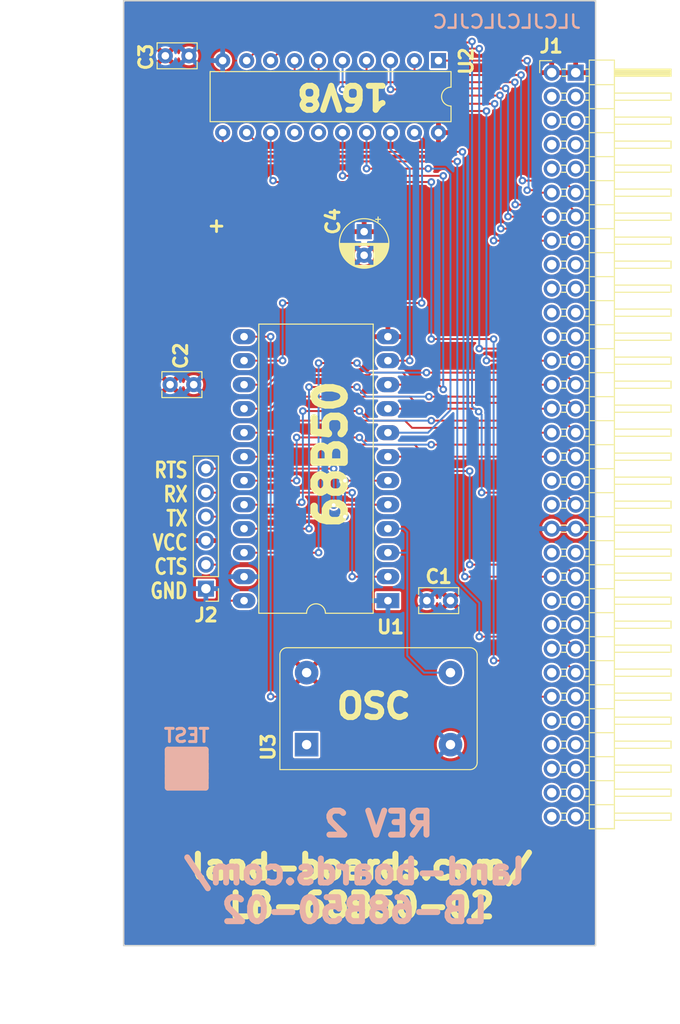
<source format=kicad_pcb>
(kicad_pcb (version 20240108) (generator "pcbnew") (generator_version "8.0")
  (title_block (title "LB-68B50-02") (date "2022-09-09") (rev "2") (company "land-boards.com"))
  (layers (0 "F.Cu" signal) (31 "B.Cu" signal) (34 "B.Paste" user) (35 "F.Paste" user) (36 "B.SilkS" user "B.Silkscreen") (37 "F.SilkS" user "F.Silkscreen") (38 "B.Mask" user) (39 "F.Mask" user) (44 "Edge.Cuts" user))
  (net 0 "")
  (net 1 "GND")
  (net 2 "/CPUA11")
  (net 3 "/CPUA12")
  (net 4 "/CPUA13")
  (net 5 "/CPUA14")
  (net 6 "/CPUA15")
  (net 7 "/CPUD4")
  (net 8 "/CPUD3")
  (net 9 "/CPUD5")
  (net 10 "/CPUD6")
  (net 11 "/CPUA0")
  (net 12 "/CPUA1")
  (net 13 "/CPUD2")
  (net 14 "/CPUA2")
  (net 15 "/CPUD7")
  (net 16 "/CPUA3")
  (net 17 "/CPUD0")
  (net 18 "/CPUA4")
  (net 19 "/CPUD1")
  (net 20 "/CPUA5")
  (net 21 "/CPUA6")
  (net 22 "/CPUA7")
  (net 23 "/CPUA8")
  (net 24 "/CPUA9")
  (net 25 "/CPUA10")
  (net 26 "/CPUA18")
  (net 27 "/CPUA16")
  (net 28 "/CPUA17")
  (net 29 "/CPUCLK")
  (net 30 "/CPUA22")
  (net 31 "/CPUA23")
  (net 32 "/CPUA20")
  (net 33 "/CPUA21")
  (net 34 "/CPUA19")
  (net 35 "VCC")
  (net 36 "/~{IORQ}")
  (net 37 "/~{CPURESB}")
  (net 38 "/VPA")
  (net 39 "/~{IRQB}")
  (net 49 "/VPB")
  (net 50 "/~{NMIB}")
  (net 51 "/~{ABORT}")
  (net 52 "/VDA")
  (net 53 "/RDY")
  (net 54 "/CPUE")
  (net 55 "/RWB")
  (net 56 "/MLB")
  (net 58 "/~{RAMCS}")
  (net 59 "/~{MEMRD}")
  (net 60 "/~{ROMCS}")
  (net 61 "/CPUMX")
  (net 62 "/ACIACS0")
  (net 63 "/ACIACS1")
  (net 64 "/ACIARS")
  (net 65 "/ACIAE")
  (net 68 "Net-(U1-Rx_CLK)")
  (net 69 "/~{IOCS}")
  (net 70 "/UART_CTS_5")
  (net 71 "/UART_TX_5")
  (net 72 "/UART_RX_5")
  (net 73 "/UART_RTS_5")
  (footprint "LandBoards_Conns:PinHeader_2x32_P2.54mm_Horizontal-FLIPPED" (layer "F.Cu") (at 177.35 54.615)
    (property "Reference" "J1" (at -0.058 -2.799 0) (layer "F.SilkS") (effects (font (size 1.397 1.397) (thickness 0.3175))))
    (property "Value" "Conn_2x32_RtAng")
    (pad "1" thru_hole rect (at 2.54 0) (size 1.7 1.7) (drill 1) (layers "*.Cu" "*.Mask") (net 35 "VCC"))
    (pad "2" thru_hole oval (at 0 0) (size 1.7 1.7) (drill 1) (layers "*.Cu" "*.Mask") (net 35 "VCC"))
    (pad "3" thru_hole oval (at 2.54 2.54) (size 1.7 1.7) (drill 1) (layers "*.Cu" "*.Mask") (net 30 "/CPUA22"))
    (pad "4" thru_hole oval (at 0 2.54) (size 1.7 1.7) (drill 1) (layers "*.Cu" "*.Mask") (net 31 "/CPUA23"))
    (pad "5" thru_hole oval (at 2.54 5.08) (size 1.7 1.7) (drill 1) (layers "*.Cu" "*.Mask") (net 32 "/CPUA20"))
    (pad "6" thru_hole oval (at 0 5.08) (size 1.7 1.7) (drill 1) (layers "*.Cu" "*.Mask") (net 33 "/CPUA21"))
    (pad "7" thru_hole oval (at 2.54 7.62) (size 1.7 1.7) (drill 1) (layers "*.Cu" "*.Mask") (net 26 "/CPUA18"))
    (pad "8" thru_hole oval (at 0 7.62) (size 1.7 1.7) (drill 1) (layers "*.Cu" "*.Mask") (net 34 "/CPUA19"))
    (pad "9" thru_hole oval (at 2.54 10.16) (size 1.7 1.7) (drill 1) (layers "*.Cu" "*.Mask") (net 27 "/CPUA16"))
    (pad "10" thru_hole oval (at 0 10.16) (size 1.7 1.7) (drill 1) (layers "*.Cu" "*.Mask") (net 28 "/CPUA17"))
    (pad "11" thru_hole oval (at 2.54 12.7) (size 1.7 1.7) (drill 1) (layers "*.Cu" "*.Mask") (net 5 "/CPUA14"))
    (pad "12" thru_hole oval (at 0 12.7) (size 1.7 1.7) (drill 1) (layers "*.Cu" "*.Mask") (net 6 "/CPUA15"))
    (pad "13" thru_hole oval (at 2.54 15.24) (size 1.7 1.7) (drill 1) (layers "*.Cu" "*.Mask") (net 3 "/CPUA12"))
    (pad "14" thru_hole oval (at 0 15.24) (size 1.7 1.7) (drill 1) (layers "*.Cu" "*.Mask") (net 4 "/CPUA13"))
    (pad "15" thru_hole oval (at 2.54 17.78) (size 1.7 1.7) (drill 1) (layers "*.Cu" "*.Mask") (net 25 "/CPUA10"))
    (pad "16" thru_hole oval (at 0 17.78) (size 1.7 1.7) (drill 1) (layers "*.Cu" "*.Mask") (net 2 "/CPUA11"))
    (pad "17" thru_hole oval (at 2.54 20.32) (size 1.7 1.7) (drill 1) (layers "*.Cu" "*.Mask") (net 23 "/CPUA8"))
    (pad "18" thru_hole oval (at 0 20.32) (size 1.7 1.7) (drill 1) (layers "*.Cu" "*.Mask") (net 24 "/CPUA9"))
    (pad "19" thru_hole oval (at 2.54 22.86) (size 1.7 1.7) (drill 1) (layers "*.Cu" "*.Mask") (net 21 "/CPUA6"))
    (pad "20" thru_hole oval (at 0 22.86) (size 1.7 1.7) (drill 1) (layers "*.Cu" "*.Mask") (net 22 "/CPUA7"))
    (pad "21" thru_hole oval (at 2.54 25.4) (size 1.7 1.7) (drill 1) (layers "*.Cu" "*.Mask") (net 18 "/CPUA4"))
    (pad "22" thru_hole oval (at 0 25.4) (size 1.7 1.7) (drill 1) (layers "*.Cu" "*.Mask") (net 20 "/CPUA5"))
    (pad "23" thru_hole oval (at 2.54 27.94) (size 1.7 1.7) (drill 1) (layers "*.Cu" "*.Mask") (net 14 "/CPUA2"))
    (pad "24" thru_hole oval (at 0 27.94) (size 1.7 1.7) (drill 1) (layers "*.Cu" "*.Mask") (net 16 "/CPUA3"))
    (pad "25" thru_hole oval (at 2.54 30.48) (size 1.7 1.7) (drill 1) (layers "*.Cu" "*.Mask") (net 11 "/CPUA0"))
    (pad "26" thru_hole oval (at 0 30.48) (size 1.7 1.7) (drill 1) (layers "*.Cu" "*.Mask") (net 12 "/CPUA1"))
    (pad "27" thru_hole oval (at 2.54 33.02) (size 1.7 1.7) (drill 1) (layers "*.Cu" "*.Mask") (net 17 "/CPUD0"))
    (pad "28" thru_hole oval (at 0 33.02) (size 1.7 1.7) (drill 1) (layers "*.Cu" "*.Mask") (net 15 "/CPUD7"))
    (pad "29" thru_hole oval (at 2.54 35.56) (size 1.7 1.7) (drill 1) (layers "*.Cu" "*.Mask") (net 19 "/CPUD1"))
    (pad "30" thru_hole oval (at 0 35.56) (size 1.7 1.7) (drill 1) (layers "*.Cu" "*.Mask") (net 10 "/CPUD6"))
    (pad "31" thru_hole oval (at 2.54 38.1) (size 1.7 1.7) (drill 1) (layers "*.Cu" "*.Mask") (net 13 "/CPUD2"))
    (pad "32" thru_hole oval (at 0 38.1) (size 1.7 1.7) (drill 1) (layers "*.Cu" "*.Mask") (net 9 "/CPUD5"))
    (pad "33" thru_hole oval (at 2.54 40.64) (size 1.7 1.7) (drill 1) (layers "*.Cu" "*.Mask") (net 8 "/CPUD3"))
    (pad "34" thru_hole oval (at 0 40.64) (size 1.7 1.7) (drill 1) (layers "*.Cu" "*.Mask") (net 7 "/CPUD4"))
    (pad "35" thru_hole oval (at 2.54 43.18) (size 1.7 1.7) (drill 1) (layers "*.Cu" "*.Mask") (net 59 "/~{MEMRD}"))
    (pad "36" thru_hole oval (at 0 43.18) (size 1.7 1.7) (drill 1) (layers "*.Cu" "*.Mask") (net 58 "/~{RAMCS}"))
    (pad "37" thru_hole oval (at 2.54 45.72) (size 1.7 1.7) (drill 1) (layers "*.Cu" "*.Mask") (net 69 "/~{IOCS}"))
    (pad "38" thru_hole oval (at 0 45.72) (size 1.7 1.7) (drill 1) (layers "*.Cu" "*.Mask") (net 60 "/~{ROMCS}"))
    (pad "39" thru_hole oval (at 2.54 48.26) (size 1.7 1.7) (drill 1) (layers "*.Cu" "*.Mask") (net 1 "GND"))
    (pad "40" thru_hole oval (at 0 48.26) (size 1.7 1.7) (drill 1) (layers "*.Cu" "*.Mask") (net 1 "GND"))
    (pad "41" thru_hole oval (at 2.54 50.8) (size 1.7 1.7) (drill 1) (layers "*.Cu" "*.Mask") (net 29 "/CPUCLK"))
    (pad "42" thru_hole oval (at 0 50.8) (size 1.7 1.7) (drill 1) (layers "*.Cu" "*.Mask") (net 38 "/VPA"))
    (pad "43" thru_hole oval (at 2.54 53.34) (size 1.7 1.7) (drill 1) (layers "*.Cu" "*.Mask") (net 39 "/~{IRQB}"))
    (pad "44" thru_hole oval (at 0 53.34) (size 1.7 1.7) (drill 1) (layers "*.Cu" "*.Mask") (net 49 "/VPB"))
    (pad "45" thru_hole oval (at 2.54 55.88) (size 1.7 1.7) (drill 1) (layers "*.Cu" "*.Mask") (net 50 "/~{NMIB}"))
    (pad "46" thru_hole oval (at 0 55.88) (size 1.7 1.7) (drill 1) (layers "*.Cu" "*.Mask") (net 37 "/~{CPURESB}"))
    (pad "47" thru_hole oval (at 2.54 58.42) (size 1.7 1.7) (drill 1) (layers "*.Cu" "*.Mask") (net 51 "/~{ABORT}"))
    (pad "48" thru_hole oval (at 0 58.42) (size 1.7 1.7) (drill 1) (layers "*.Cu" "*.Mask") (net 56 "/MLB"))
    (pad "49" thru_hole oval (at 2.54 60.96) (size 1.7 1.7) (drill 1) (layers "*.Cu" "*.Mask") (net 52 "/VDA"))
    (pad "50" thru_hole oval (at 0 60.96) (size 1.7 1.7) (drill 1) (layers "*.Cu" "*.Mask") (net 53 "/RDY"))
    (pad "51" thru_hole oval (at 2.54 63.5) (size 1.7 1.7) (drill 1) (layers "*.Cu" "*.Mask") (net 36 "/~{IORQ}"))
    (pad "52" thru_hole oval (at 0 63.5) (size 1.7 1.7) (drill 1) (layers "*.Cu" "*.Mask") (net 54 "/CPUE"))
    (pad "53" thru_hole oval (at 2.54 66.04) (size 1.7 1.7) (drill 1) (layers "*.Cu" "*.Mask") (net 61 "/CPUMX"))
    (pad "54" thru_hole oval (at 0 66.04) (size 1.7 1.7) (drill 1) (layers "*.Cu" "*.Mask") (net 55 "/RWB"))
    (pad "55" thru_hole oval (at 2.54 68.58) (size 1.7 1.7) (drill 1) (layers "*.Cu" "*.Mask"))
    (pad "56" thru_hole oval (at 0 68.58) (size 1.7 1.7) (drill 1) (layers "*.Cu" "*.Mask"))
    (pad "57" thru_hole oval (at 2.54 71.12) (size 1.7 1.7) (drill 1) (layers "*.Cu" "*.Mask"))
    (pad "58" thru_hole oval (at 0 71.12) (size 1.7 1.7) (drill 1) (layers "*.Cu" "*.Mask"))
    (pad "59" thru_hole oval (at 2.54 73.66) (size 1.7 1.7) (drill 1) (layers "*.Cu" "*.Mask"))
    (pad "60" thru_hole oval (at 0 73.66) (size 1.7 1.7) (drill 1) (layers "*.Cu" "*.Mask"))
    (pad "61" thru_hole oval (at 2.54 76.2) (size 1.7 1.7) (drill 1) (layers "*.Cu" "*.Mask"))
    (pad "62" thru_hole oval (at 0 76.2) (size 1.7 1.7) (drill 1) (layers "*.Cu" "*.Mask"))
    (pad "63" thru_hole oval (at 2.54 78.74) (size 1.7 1.7) (drill 1) (layers "*.Cu" "*.Mask"))
    (pad "64" thru_hole oval (at 0 78.74) (size 1.7 1.7) (drill 1) (layers "*.Cu" "*.Mask"))
  )
  (footprint "Package_DIP:DIP-24_W15.24mm_LongPads" (layer "F.Cu") (at 160 110.495 180)
    (property "Reference" "U1" (at -0.274 -2.789 0) (layer "F.SilkS") (effects (font (size 1.397 1.397) (thickness 0.3175))))
    (property "Value" "MC68B50")
    (pad "1" thru_hole rect (at 0 0 180) (size 2.4 1.6) (drill 0.8) (layers "*.Cu" "*.Mask") (net 1 "GND"))
    (pad "2" thru_hole oval (at 0 2.54 180) (size 2.4 1.6) (drill 0.8) (layers "*.Cu" "*.Mask") (net 72 "/UART_RX_5"))
    (pad "3" thru_hole oval (at 0 5.08 180) (size 2.4 1.6) (drill 0.8) (layers "*.Cu" "*.Mask") (net 68 "Net-(U1-Rx_CLK)"))
    (pad "4" thru_hole oval (at 0 7.62 180) (size 2.4 1.6) (drill 0.8) (layers "*.Cu" "*.Mask") (net 68 "Net-(U1-Rx_CLK)"))
    (pad "5" thru_hole oval (at 0 10.16 180) (size 2.4 1.6) (drill 0.8) (layers "*.Cu" "*.Mask") (net 73 "/UART_RTS_5"))
    (pad "6" thru_hole oval (at 0 12.7 180) (size 2.4 1.6) (drill 0.8) (layers "*.Cu" "*.Mask") (net 71 "/UART_TX_5"))
    (pad "7" thru_hole oval (at 0 15.24 180) (size 2.4 1.6) (drill 0.8) (layers "*.Cu" "*.Mask") (net 39 "/~{IRQB}"))
    (pad "8" thru_hole oval (at 0 17.78 180) (size 2.4 1.6) (drill 0.8) (layers "*.Cu" "*.Mask") (net 62 "/ACIACS0"))
    (pad "9" thru_hole oval (at 0 20.32 180) (size 2.4 1.6) (drill 0.8) (layers "*.Cu" "*.Mask") (net 69 "/~{IOCS}"))
    (pad "10" thru_hole oval (at 0 22.86 180) (size 2.4 1.6) (drill 0.8) (layers "*.Cu" "*.Mask") (net 63 "/ACIACS1"))
    (pad "11" thru_hole oval (at 0 25.4 180) (size 2.4 1.6) (drill 0.8) (layers "*.Cu" "*.Mask") (net 64 "/ACIARS"))
    (pad "12" thru_hole oval (at 0 27.94 180) (size 2.4 1.6) (drill 0.8) (layers "*.Cu" "*.Mask") (net 35 "VCC"))
    (pad "13" thru_hole oval (at 15.24 27.94 180) (size 2.4 1.6) (drill 0.8) (layers "*.Cu" "*.Mask") (net 55 "/RWB"))
    (pad "14" thru_hole oval (at 15.24 25.4 180) (size 2.4 1.6) (drill 0.8) (layers "*.Cu" "*.Mask") (net 65 "/ACIAE"))
    (pad "15" thru_hole oval (at 15.24 22.86 180) (size 2.4 1.6) (drill 0.8) (layers "*.Cu" "*.Mask") (net 15 "/CPUD7"))
    (pad "16" thru_hole oval (at 15.24 20.32 180) (size 2.4 1.6) (drill 0.8) (layers "*.Cu" "*.Mask") (net 10 "/CPUD6"))
    (pad "17" thru_hole oval (at 15.24 17.78 180) (size 2.4 1.6) (drill 0.8) (layers "*.Cu" "*.Mask") (net 9 "/CPUD5"))
    (pad "18" thru_hole oval (at 15.24 15.24 180) (size 2.4 1.6) (drill 0.8) (layers "*.Cu" "*.Mask") (net 7 "/CPUD4"))
    (pad "19" thru_hole oval (at 15.24 12.7 180) (size 2.4 1.6) (drill 0.8) (layers "*.Cu" "*.Mask") (net 8 "/CPUD3"))
    (pad "20" thru_hole oval (at 15.24 10.16 180) (size 2.4 1.6) (drill 0.8) (layers "*.Cu" "*.Mask") (net 13 "/CPUD2"))
    (pad "21" thru_hole oval (at 15.24 7.62 180) (size 2.4 1.6) (drill 0.8) (layers "*.Cu" "*.Mask") (net 19 "/CPUD1"))
    (pad "22" thru_hole oval (at 15.24 5.08 180) (size 2.4 1.6) (drill 0.8) (layers "*.Cu" "*.Mask") (net 17 "/CPUD0"))
    (pad "23" thru_hole oval (at 15.24 2.54 180) (size 2.4 1.6) (drill 0.8) (layers "*.Cu" "*.Mask") (net 1 "GND"))
    (pad "24" thru_hole oval (at 15.24 0 180) (size 2.4 1.6) (drill 0.8) (layers "*.Cu" "*.Mask") (net 70 "/UART_CTS_5"))
  )
  (footprint "Package_DIP:DIP-20_W7.62mm" (layer "F.Cu") (at 165.354 53.34 -90)
    (property "Reference" "U2" (at 0.0508 -2.9464 90) (layer "F.SilkS") (effects (font (size 1.397 1.397) (thickness 0.3175) (bold yes))))
    (property "Value" "ATF16V8B-15PU")
    (pad "1" thru_hole rect (at 0 0 270) (size 1.6 1.6) (drill 0.8) (layers "*.Cu" "*.Mask") (net 6 "/CPUA15"))
    (pad "2" thru_hole oval (at 0 2.54 270) (size 1.6 1.6) (drill 0.8) (layers "*.Cu" "*.Mask") (net 5 "/CPUA14"))
    (pad "3" thru_hole oval (at 0 5.08 270) (size 1.6 1.6) (drill 0.8) (layers "*.Cu" "*.Mask") (net 4 "/CPUA13"))
    (pad "4" thru_hole oval (at 0 7.62 270) (size 1.6 1.6) (drill 0.8) (layers "*.Cu" "*.Mask") (net 3 "/CPUA12"))
    (pad "5" thru_hole oval (at 0 10.16 270) (size 1.6 1.6) (drill 0.8) (layers "*.Cu" "*.Mask") (net 2 "/CPUA11"))
    (pad "6" thru_hole oval (at 0 12.7 270) (size 1.6 1.6) (drill 0.8) (layers "*.Cu" "*.Mask") (net 25 "/CPUA10"))
    (pad "7" thru_hole oval (at 0 15.24 270) (size 1.6 1.6) (drill 0.8) (layers "*.Cu" "*.Mask") (net 12 "/CPUA1"))
    (pad "8" thru_hole oval (at 0 17.78 270) (size 1.6 1.6) (drill 0.8) (layers "*.Cu" "*.Mask") (net 11 "/CPUA0"))
    (pad "9" thru_hole oval (at 0 20.32 270) (size 1.6 1.6) (drill 0.8) (layers "*.Cu" "*.Mask") (net 69 "/~{IOCS}"))
    (pad "10" thru_hole oval (at 0 22.86 270) (size 1.6 1.6) (drill 0.8) (layers "*.Cu" "*.Mask") (net 1 "GND"))
    (pad "11" thru_hole oval (at 7.62 22.86 270) (size 1.6 1.6) (drill 0.8) (layers "*.Cu" "*.Mask") (net 52 "/VDA"))
    (pad "12" thru_hole oval (at 7.62 20.32 270) (size 1.6 1.6) (drill 0.8) (layers "*.Cu" "*.Mask") (net 49 "/VPB"))
    (pad "13" thru_hole oval (at 7.62 17.78 270) (size 1.6 1.6) (drill 0.8) (layers "*.Cu" "*.Mask") (net 36 "/~{IORQ}"))
    (pad "14" thru_hole oval (at 7.62 15.24 270) (size 1.6 1.6) (drill 0.8) (layers "*.Cu" "*.Mask"))
    (pad "15" thru_hole oval (at 7.62 12.7 270) (size 1.6 1.6) (drill 0.8) (layers "*.Cu" "*.Mask"))
    (pad "16" thru_hole oval (at 7.62 10.16 270) (size 1.6 1.6) (drill 0.8) (layers "*.Cu" "*.Mask") (net 63 "/ACIACS1"))
    (pad "17" thru_hole oval (at 7.62 7.62 270) (size 1.6 1.6) (drill 0.8) (layers "*.Cu" "*.Mask") (net 62 "/ACIACS0"))
    (pad "18" thru_hole oval (at 7.62 5.08 270) (size 1.6 1.6) (drill 0.8) (layers "*.Cu" "*.Mask") (net 64 "/ACIARS"))
    (pad "19" thru_hole oval (at 7.62 2.54 270) (size 1.6 1.6) (drill 0.8) (layers "*.Cu" "*.Mask") (net 65 "/ACIAE"))
    (pad "20" thru_hole oval (at 7.62 0 270) (size 1.6 1.6) (drill 0.8) (layers "*.Cu" "*.Mask") (net 35 "VCC"))
  )
  (footprint "Capacitor_THT:C_Rect_L4.0mm_W2.5mm_P2.50mm" (layer "F.Cu") (at 164.124 110.49)
    (property "Reference" "C1" (at 1.25 -2.54 0) (layer "F.SilkS") (effects (font (size 1.397 1.397) (thickness 0.3175))))
    (property "Value" "0.1uF")
    (pad "1" thru_hole circle (at 0 0) (size 1.6 1.6) (drill 0.8) (layers "*.Cu" "*.Mask") (net 1 "GND"))
    (pad "2" thru_hole circle (at 2.5 0) (size 1.6 1.6) (drill 0.8) (layers "*.Cu" "*.Mask") (net 35 "VCC"))
  )
  (footprint "Capacitor_THT:C_Rect_L4.0mm_W2.5mm_P2.50mm" (layer "F.Cu") (at 139.426 87.63 180)
    (property "Reference" "C2" (at 1.377 3.048 90) (layer "F.SilkS") (effects (font (size 1.397 1.397) (thickness 0.3175))))
    (property "Value" "0.1uF")
    (pad "1" thru_hole circle (at 0 0 180) (size 1.6 1.6) (drill 0.8) (layers "*.Cu" "*.Mask") (net 1 "GND"))
    (pad "2" thru_hole circle (at 2.5 0 180) (size 1.6 1.6) (drill 0.8) (layers "*.Cu" "*.Mask") (net 35 "VCC"))
  )
  (footprint "Connector_PinHeader_2.54mm:PinHeader_1x06_P2.54mm_Vertical" (layer "F.Cu") (at 140.716 109.22 180)
    (property "Reference" "J2" (at -0.0254 -2.794 0) (layer "F.SilkS") (effects (font (size 1.397 1.397) (thickness 0.3175) (bold yes))))
    (property "Value" "1x6_Pin_Header_Rt_Angle")
    (pad "1" thru_hole rect (at 0 0 180) (size 1.7 1.7) (drill 1) (layers "*.Cu" "*.Mask") (net 1 "GND"))
    (pad "2" thru_hole oval (at 0 2.54 180) (size 1.7 1.7) (drill 1) (layers "*.Cu" "*.Mask") (net 70 "/UART_CTS_5"))
    (pad "3" thru_hole oval (at 0 5.08 180) (size 1.7 1.7) (drill 1) (layers "*.Cu" "*.Mask") (net 35 "VCC"))
    (pad "4" thru_hole oval (at 0 7.62 180) (size 1.7 1.7) (drill 1) (layers "*.Cu" "*.Mask") (net 71 "/UART_TX_5"))
    (pad "5" thru_hole oval (at 0 10.16 180) (size 1.7 1.7) (drill 1) (layers "*.Cu" "*.Mask") (net 72 "/UART_RX_5"))
    (pad "6" thru_hole oval (at 0 12.7 180) (size 1.7 1.7) (drill 1) (layers "*.Cu" "*.Mask") (net 73 "/UART_RTS_5"))
  )
  (footprint "LandBoards_Marking:TEST_BLK-REAR" (layer "F.Cu") (at 138.684 128.27)
    (property "Reference" "TEST" (at 0 -3.5 0) (layer "B.SilkS") (effects (font (size 1.397 1.397) (thickness 0.3175)) (justify mirror)))
    (property "Value" "COUPON" (hide yes))
  )
  (footprint "Capacitor_THT:CP_Radial_D5.0mm_P2.50mm" (layer "F.Cu") (at 157.48 71.438888 -90)
    (property "Reference" "C4" (at -1.080888 3.302 90) (layer "F.SilkS") (effects (font (size 1.397 1.397) (thickness 0.3175))))
    (property "Value" "47uF")
    (pad "1" thru_hole rect (at 0 0 270) (size 1.6 1.6) (drill 0.8) (layers "*.Cu" "*.Mask") (net 35 "VCC"))
    (pad "2" thru_hole circle (at 2.5 0 270) (size 1.6 1.6) (drill 0.8) (layers "*.Cu" "*.Mask") (net 1 "GND"))
  )
  (footprint "Oscillator:Oscillator_DIP-14_LargePads" (layer "F.Cu") (at 151.384 125.73)
    (property "Reference" "U3" (at -4.064 0.254 90) (layer "F.SilkS") (effects (font (size 1.397 1.397) (thickness 0.3175))))
    (property "Value" "MXO45-3C-1M8432")
    (pad "1" thru_hole rect (at 0 0) (size 2.5 2.5) (drill 1) (layers "*.Cu" "*.Mask"))
    (pad "7" thru_hole circle (at 15.24 0) (size 2.5 2.5) (drill 1) (layers "*.Cu" "*.Mask") (net 1 "GND"))
    (pad "8" thru_hole circle (at 15.24 -7.62) (size 2.5 2.5) (drill 1) (layers "*.Cu" "*.Mask") (net 68 "Net-(U1-Rx_CLK)"))
    (pad "14" thru_hole circle (at 0 -7.62) (size 2.5 2.5) (drill 1) (layers "*.Cu" "*.Mask") (net 35 "VCC"))
  )
  (footprint "Capacitor_THT:C_Rect_L4.0mm_W2.5mm_P2.50mm" (layer "F.Cu") (at 138.918 52.832 180)
    (property "Reference" "C3" (at 4.552 -0.127 90) (layer "F.SilkS") (effects (font (size 1.397 1.397) (thickness 0.3175))))
    (property "Value" "0.1uF")
    (pad "1" thru_hole circle (at 0 0 180) (size 1.6 1.6) (drill 0.8) (layers "*.Cu" "*.Mask") (net 1 "GND"))
    (pad "2" thru_hole circle (at 2.5 0 180) (size 1.6 1.6) (drill 0.8) (layers "*.Cu" "*.Mask") (net 35 "VCC"))
  )
  (gr_rect (start 132 47) (end 182 147) (stroke (width 0.15)) (fill none) (layer "Edge.Cuts"))
  (gr_text "land-boards.com/\nLB-68B50-02" (at 156.464 141.224 0) (layer "B.SilkS") (effects (font (size 2.54 2.54) (thickness 0.635)) (justify mirror)))
  (gr_text "REV 2" (at 159.004 134.112 0) (layer "B.SilkS") (effects (font (size 2.54 2.54) (thickness 0.635)) (justify mirror)))
  (gr_text "JLCJLCJLCJLC" (at 180.594 50.038 0) (layer "B.SilkS") (effects (font (size 1.397 1.524) (thickness 0.254) (bold yes)) (justify left bottom mirror)))
  (gr_text "+" (at 140.716 71.628 0) (layer "F.SilkS") (effects (font (size 1.5 1.5) (thickness 0.3) (bold yes)) (justify left bottom)))
  (gr_text "OSC" (at 158.496 121.666 0) (layer "F.SilkS") (effects (font (size 2.54 2.54) (thickness 0.635))))
  (gr_text "68B50" (at 153.924 94.996 90) (layer "F.SilkS") (effects (font (size 3.175 3.175) (thickness 0.79375) (bold yes))))
  (gr_text "land-boards.com/\nLB-68B50-02" (at 157.226 140.716 0) (layer "F.SilkS") (effects (font (size 2.54 2.54) (thickness 0.635))))
  (gr_text "RTS\nRX\nTX\nVCC\nCTS\nGND" (at 138.938 95.758 0) (layer "F.SilkS") (effects (font (size 1.5875 1.27) (thickness 0.3) (bold yes)) (justify right top)))
  (gr_text "16V8" (at 155.194 57.15 180) (layer "F.SilkS") (effects (font (size 2.54 2.54) (thickness 0.635))))
  (segment (start 171.201 72.395) (end 171.196 72.39) (width 0.2032) (layer "F.Cu") (net 2))
  (segment (start 157.233761 56.388) (end 158.75 57.904239) (width 0.2032) (layer "F.Cu") (net 2))
  (segment (start 155.194 56.388) (end 157.233761 56.388) (width 0.2032) (layer "F.Cu") (net 2))
  (segment (start 171.3045 57.904239) (end 158.75 57.904239) (width 0.2032) (layer "F.Cu") (net 2))
  (segment (start 177.35 72.395) (end 171.201 72.395) (width 0.2032) (layer "F.Cu") (net 2))
  (via (at 155.194 56.388) (size 0.8) (drill 0.4) (layers "F.Cu" "B.Cu") (net 2))
  (via (at 171.196 72.39) (size 0.8) (drill 0.4) (layers "F.Cu" "B.Cu") (net 2))
  (via (at 171.3045 57.904239) (size 0.8) (drill 0.4) (layers "F.Cu" "B.Cu") (net 2))
  (segment (start 155.194 56.388) (end 155.194 53.34) (width 0.2032) (layer "B.Cu") (net 2))
  (segment (start 171.196 72.39) (end 171.3045 72.2815) (width 0.2032) (layer "B.Cu") (net 2))
  (segment (start 171.3045 72.2815) (end 171.3045 57.904239) (width 0.2032) (layer "B.Cu") (net 2))
  (segment (start 179.89 69.4) (end 179.07 68.58) (width 0.2032) (layer "F.Cu") (net 3))
  (segment (start 157.734 54.864) (end 157.734 53.34) (width 0.2032) (layer "F.Cu") (net 3))
  (segment (start 158.496 55.626) (end 157.734 54.864) (width 0.2032) (layer "F.Cu") (net 3))
  (segment (start 179.07 68.58) (end 173.482 68.58) (width 0.2032) (layer "F.Cu") (net 3))
  (segment (start 173.445 55.626) (end 158.496 55.626) (width 0.2032) (layer "F.Cu") (net 3))
  (via (at 173.445 55.626) (size 0.8) (drill 0.4) (layers "F.Cu" "B.Cu") (net 3))
  (via (at 173.482 68.58) (size 0.8) (drill 0.4) (layers "F.Cu" "B.Cu") (net 3))
  (segment (start 173.482 55.663) (end 173.445 55.626) (width 0.2032) (layer "B.Cu") (net 3))
  (segment (start 173.482 68.58) (end 173.482 55.663) (width 0.2032) (layer "B.Cu") (net 3))
  (segment (start 177.35 69.855) (end 172.725 69.855) (width 0.2032) (layer "F.Cu") (net 4))
  (segment (start 160.274 56.388) (end 162.1975 56.388) (width 0.2032) (layer "F.Cu") (net 4))
  (segment (start 162.306 56.2795) (end 172.466 56.2795) (width 0.2032) (layer "F.Cu") (net 4))
  (segment (start 162.1975 56.388) (end 162.306 56.2795) (width 0.2032) (layer "F.Cu") (net 4))
  (segment (start 172.725 69.855) (end 172.72 69.85) (width 0.2032) (layer "F.Cu") (net 4))
  (via (at 172.466 56.2795) (size 0.8) (drill 0.4) (layers "F.Cu" "B.Cu") (net 4))
  (via (at 160.274 56.388) (size 0.8) (drill 0.4) (layers "F.Cu" "B.Cu") (net 4))
  (via (at 172.72 69.85) (size 0.8) (drill 0.4) (layers "F.Cu" "B.Cu") (net 4))
  (segment (start 172.72 56.5335) (end 172.466 56.2795) (width 0.2032) (layer "B.Cu") (net 4))
  (segment (start 160.274 56.388) (end 160.274 53.34) (width 0.2032) (layer "B.Cu") (net 4))
  (segment (start 172.72 69.85) (end 172.72 56.5335) (width 0.2032) (layer "B.Cu") (net 4))
  (segment (start 174.244 66.04) (end 178.615 66.04) (width 0.2032) (layer "F.Cu") (net 5))
  (segment (start 162.814 54.356) (end 163.322 54.864) (width 0.2032) (layer "F.Cu") (net 5))
  (segment (start 163.322 54.864) (end 174.0985 54.864) (width 0.2032) (layer "F.Cu") (net 5))
  (segment (start 162.814 53.34) (end 162.814 54.356) (width 0.2032) (layer "F.Cu") (net 5))
  (segment (start 178.615 66.04) (end 179.89 67.315) (width 0.2032) (layer "F.Cu") (net 5))
  (via (at 174.244 66.04) (size 0.8) (drill 0.4) (layers "F.Cu" "B.Cu") (net 5))
  (via (at 174.0985 54.864) (size 0.8) (drill 0.4) (layers "F.Cu" "B.Cu") (net 5))
  (segment (start 174.0985 54.864) (end 174.0985 65.8945) (width 0.2032) (layer "B.Cu") (net 5))
  (segment (start 174.0985 65.8945) (end 174.244 66.04) (width 0.2032) (layer "B.Cu") (net 5))
  (segment (start 165.354 53.34) (end 174.752 53.34) (width 0.2032) (layer "F.Cu") (net 6))
  (segment (start 177.35 67.315) (end 176.027 67.315) (width 0.2032) (layer "F.Cu") (net 6))
  (segment (start 175.768 67.056) (end 174.752 67.056) (width 0.2032) (layer "F.Cu") (net 6))
  (segment (start 176.027 67.315) (end 175.768 67.056) (width 0.2032) (layer "F.Cu") (net 6))
  (via (at 174.752 67.056) (size 0.8) (drill 0.4) (layers "F.Cu" "B.Cu") (net 6))
  (via (at 174.752 53.34) (size 0.8) (drill 0.4) (layers "F.Cu" "B.Cu") (net 6))
  (segment (start 174.898 53.486) (end 174.752 53.34) (width 0.2032) (layer "B.Cu") (net 6))
  (segment (start 174.752 67.056) (end 174.898 66.91) (width 0.2032) (layer "B.Cu") (net 6))
  (segment (start 174.898 66.91) (end 174.898 53.486) (width 0.2032) (layer "B.Cu") (net 6))
  (segment (start 162.814 93.98) (end 149.86 93.98) (width 0.2032) (layer "F.Cu") (net 7))
  (segment (start 149.86 93.98) (end 148.585 95.255) (width 0.2032) (layer "F.Cu") (net 7))
  (segment (start 148.585 95.255) (end 144.76 95.255) (width 0.2032) (layer "F.Cu") (net 7))
  (segment (start 164.089 95.255) (end 162.814 93.98) (width 0.2032) (layer "F.Cu") (net 7))
  (segment (start 177.35 95.255) (end 164.089 95.255) (width 0.2032) (layer "F.Cu") (net 7))
  (segment (start 179.89 95.255) (end 178.615 93.98) (width 0.2032) (layer "F.Cu") (net 8))
  (segment (start 156.972 93.218) (end 150.331 93.218) (width 0.2032) (layer "F.Cu") (net 8))
  (segment (start 150.331 97.79) (end 150.326 97.795) (width 0.2032) (layer "F.Cu") (net 8))
  (segment (start 150.326 97.795) (end 144.76 97.795) (width 0.2032) (layer "F.Cu") (net 8))
  (segment (start 178.615 93.98) (end 164.592 93.98) (width 0.2032) (layer "F.Cu") (net 8))
  (via (at 150.331 93.218) (size 0.8) (drill 0.4) (layers "F.Cu" "B.Cu") (net 8))
  (via (at 156.972 93.218) (size 0.8) (drill 0.4) (layers "F.Cu" "B.Cu") (net 8))
  (via (at 150.331 97.79) (size 0.8) (drill 0.4) (layers "F.Cu" "B.Cu") (net 8))
  (via (at 164.592 93.98) (size 0.8) (drill 0.4) (layers "F.Cu" "B.Cu") (net 8))
  (segment (start 150.331 93.218) (end 150.331 97.79) (width 0.2032) (layer "B.Cu") (net 8))
  (segment (start 157.734 93.98) (end 156.972 93.218) (width 0.2032) (layer "B.Cu") (net 8))
  (segment (start 164.592 93.98) (end 157.734 93.98) (width 0.2032) (layer "B.Cu") (net 8))
  (segment (start 172.461 92.202) (end 172.974 92.715) (width 0.2032) (layer "F.Cu") (net 9))
  (segment (start 149.352 91.44) (end 161.798 91.44) (width 0.2032) (layer "F.Cu") (net 9))
  (segment (start 161.798 91.44) (end 162.56 92.202) (width 0.2032) (layer "F.Cu") (net 9))
  (segment (start 144.76 92.715) (end 148.077 92.715) (width 0.2032) (layer "F.Cu") (net 9))
  (segment (start 162.56 92.202) (end 172.461 92.202) (width 0.2032) (layer "F.Cu") (net 9))
  (segment (start 172.974 92.715) (end 177.35 92.715) (width 0.2032) (layer "F.Cu") (net 9))
  (segment (start 148.077 92.715) (end 149.352 91.44) (width 0.2032) (layer "F.Cu") (net 9))
  (segment (start 162.306 88.9) (end 162.96 89.554) (width 0.2032) (layer "F.Cu") (net 10))
  (segment (start 173.369 89.554) (end 173.99 90.175) (width 0.2032) (layer "F.Cu") (net 10))
  (segment (start 147.569 90.175) (end 148.844 88.9) (width 0.2032) (layer "F.Cu") (net 10))
  (segment (start 162.96 89.554) (end 173.369 89.554) (width 0.2032) (layer "F.Cu") (net 10))
  (segment (start 173.99 90.175) (end 177.35 90.175) (width 0.2032) (layer "F.Cu") (net 10))
  (segment (start 144.76 90.175) (end 147.569 90.175) (width 0.2032) (layer "F.Cu") (net 10))
  (segment (start 148.844 88.9) (end 162.306 88.9) (width 0.2032) (layer "F.Cu") (net 10))
  (segment (start 169.672 83.82) (end 178.615 83.82) (width 0.2032) (layer "F.Cu") (net 11))
  (segment (start 169.672 52.07) (end 148.844 52.07) (width 0.2032) (layer "F.Cu") (net 11))
  (segment (start 178.615 83.82) (end 179.89 85.095) (width 0.2032) (layer "F.Cu") (net 11))
  (segment (start 148.844 52.07) (end 147.574 53.34) (width 0.2032) (layer "F.Cu") (net 11))
  (via (at 169.672 52.07) (size 0.8) (drill 0.4) (layers "F.Cu" "B.Cu") (net 11))
  (via (at 169.672 83.82) (size 0.8) (drill 0.4) (layers "F.Cu" "B.Cu") (net 11))
  (segment (start 169.672 52.07) (end 169.672 83.82) (width 0.2032) (layer "B.Cu") (net 11))
  (segment (start 170.439 85.095) (end 170.434 85.09) (width 0.2032) (layer "F.Cu") (net 12))
  (segment (start 170.434 58.674) (end 158.496 58.674) (width 0.2032) (layer "F.Cu") (net 12))
  (segment (start 151.384 57.15) (end 156.972 57.15) (width 0.2032) (layer "F.Cu") (net 12))
  (segment (start 150.114 55.88) (end 151.384 57.15) (width 0.2032) (layer "F.Cu") (net 12))
  (segment (start 156.972 57.15) (end 158.496 58.674) (width 0.2032) (layer "F.Cu") (net 12))
  (segment (start 150.114 53.34) (end 150.114 55.88) (width 0.2032) (layer "F.Cu") (net 12))
  (segment (start 177.35 85.095) (end 170.439 85.095) (width 0.2032) (layer "F.Cu") (net 12))
  (via (at 170.434 58.674) (size 0.8) (drill 0.4) (layers "F.Cu" "B.Cu") (net 12))
  (via (at 170.434 85.09) (size 0.8) (drill 0.4) (layers "F.Cu" "B.Cu") (net 12))
  (segment (start 170.434 85.09) (end 170.434 58.674) (width 0.2032) (layer "B.Cu") (net 12))
  (segment (start 179.89 92.715) (end 178.615 91.44) (width 0.2032) (layer "F.Cu") (net 13))
  (segment (start 178.615 91.44) (end 164.592 91.44) (width 0.2032) (layer "F.Cu") (net 13))
  (segment (start 150.617 100.335) (end 144.76 100.335) (width 0.2032) (layer "F.Cu") (net 13))
  (segment (start 156.972 90.424) (end 150.9845 90.424) (width 0.2032) (layer "F.Cu") (net 13))
  (segment (start 150.876 100.076) (end 150.617 100.335) (width 0.2032) (layer "F.Cu") (net 13))
  (via (at 150.9845 90.424) (size 0.8) (drill 0.4) (layers "F.Cu" "B.Cu") (net 13))
  (via (at 156.972 90.424) (size 0.8) (drill 0.4) (layers "F.Cu" "B.Cu") (net 13))
  (via (at 150.876 100.076) (size 0.8) (drill 0.4) (layers "F.Cu" "B.Cu") (net 13))
  (via (at 164.592 91.44) (size 0.8) (drill 0.4) (layers "F.Cu" "B.Cu") (net 13))
  (segment (start 150.9845 99.9675) (end 150.876 100.076) (width 0.2032) (layer "B.Cu") (net 13))
  (segment (start 157.988 91.44) (end 156.972 90.424) (width 0.2032) (layer "B.Cu") (net 13))
  (segment (start 150.9845 90.424) (end 150.9845 99.9675) (width 0.2032) (layer "B.Cu") (net 13))
  (segment (start 164.592 91.44) (end 157.988 91.44) (width 0.2032) (layer "B.Cu") (net 13))
  (segment (start 175.255 87.122) (end 162.306 87.122) (width 0.2032) (layer "F.Cu") (net 15))
  (segment (start 175.768 87.635) (end 175.255 87.122) (width 0.2032) (layer "F.Cu") (net 15))
  (segment (start 161.544 86.36) (end 158.242 86.36) (width 0.2032) (layer "F.Cu") (net 15))
  (segment (start 177.35 87.635) (end 175.768 87.635) (width 0.2032) (layer "F.Cu") (net 15))
  (segment (start 148.336 86.614) (end 147.315 87.635) (width 0.2032) (layer "F.Cu") (net 15))
  (segment (start 157.988 86.614) (end 148.336 86.614) (width 0.2032) (layer "F.Cu") (net 15))
  (segment (start 162.306 87.122) (end 161.544 86.36) (width 0.2032) (layer "F.Cu") (net 15))
  (segment (start 158.242 86.36) (end 157.988 86.614) (width 0.2032) (layer "F.Cu") (net 15))
  (segment (start 147.315 87.635) (end 144.76 87.635) (width 0.2032) (layer "F.Cu") (net 15))
  (segment (start 178.615 86.36) (end 164.084 86.36) (width 0.2032) (layer "F.Cu") (net 17))
  (segment (start 144.76 105.415) (end 152.649 105.415) (width 0.2032) (layer "F.Cu") (net 17))
  (segment (start 179.89 87.635) (end 178.615 86.36) (width 0.2032) (layer "F.Cu") (net 17))
  (segment (start 156.718 85.344) (end 152.654 85.344) (width 0.2032) (layer "F.Cu") (net 17))
  (segment (start 152.649 105.415) (end 152.654 105.41) (width 0.2032) (layer "F.Cu") (net 17))
  (via (at 156.718 85.344) (size 0.8) (drill 0.4) (layers "F.Cu" "B.Cu") (net 17))
  (via (at 152.654 105.41) (size 0.8) (drill 0.4) (layers "F.Cu" "B.Cu") (net 17))
  (via (at 164.084 86.36) (size 0.8) (drill 0.4) (layers "F.Cu" "B.Cu") (net 17))
  (via (at 152.654 85.344) (size 0.8) (drill 0.4) (layers "F.Cu" "B.Cu") (net 17))
  (segment (start 157.734 86.36) (end 156.718 85.344) (width 0.2032) (layer "B.Cu") (net 17))
  (segment (start 152.654 85.344) (end 152.654 105.41) (width 0.2032) (layer "B.Cu") (net 17))
  (segment (start 164.084 86.36) (end 157.734 86.36) (width 0.2032) (layer "B.Cu") (net 17))
  (segment (start 179.89 90.175) (end 178.615 88.9) (width 0.2032) (layer "F.Cu") (net 19))
  (segment (start 178.615 88.9) (end 164.338 88.9) (width 0.2032) (layer "F.Cu") (net 19))
  (segment (start 151.633 102.875) (end 151.638 102.87) (width 0.2032) (layer "F.Cu") (net 19))
  (segment (start 144.76 102.875) (end 151.633 102.875) (width 0.2032) (layer "F.Cu") (net 19))
  (segment (start 156.718 87.884) (end 151.638 87.884) (width 0.2032) (layer "F.Cu") (net 19))
  (via (at 151.638 87.884) (size 0.8) (drill 0.4) (layers "F.Cu" "B.Cu") (net 19))
  (via (at 164.338 88.9) (size 0.8) (drill 0.4) (layers "F.Cu" "B.Cu") (net 19))
  (via (at 151.638 102.87) (size 0.8) (drill 0.4) (layers "F.Cu" "B.Cu") (net 19))
  (via (at 156.718 87.884) (size 0.8) (drill 0.4) (layers "F.Cu" "B.Cu") (net 19))
  (segment (start 157.734 88.9) (end 156.718 87.884) (width 0.2032) (layer "B.Cu") (net 19))
  (segment (start 151.638 87.884) (end 151.638 102.87) (width 0.2032) (layer "B.Cu") (net 19))
  (segment (start 164.338 88.9) (end 157.734 88.9) (width 0.2032) (layer "B.Cu") (net 19))
  (segment (start 171.86066 57.01413) (end 171.83279 57.042) (width 0.2032) (layer "F.Cu") (net 25))
  (segment (start 179.89 72.395) (end 178.615 71.12) (width 0.2032) (layer "F.Cu") (net 25))
  (segment (start 157.334 55.626) (end 158.75 57.042) (width 0.2032) (layer "F.Cu") (net 25))
  (segment (start 178.615 71.12) (end 171.958 71.12) (width 0.2032) (layer "F.Cu") (net 25))
  (segment (start 152.654 53.34) (end 152.654 54.61) (width 0.2032) (layer "F.Cu") (net 25))
  (segment (start 171.83279 57.042) (end 158.75 57.042) (width 0.2032) (layer "F.Cu") (net 25))
  (segment (start 153.67 55.626) (end 157.334 55.626) (width 0.2032) (layer "F.Cu") (net 25))
  (segment (start 152.654 54.61) (end 153.67 55.626) (width 0.2032) (layer "F.Cu") (net 25))
  (via (at 171.958 71.12) (size 0.8) (drill 0.4) (layers "F.Cu" "B.Cu") (net 25))
  (via (at 171.86066 57.01413) (size 0.8) (drill 0.4) (layers "F.Cu" "B.Cu") (net 25))
  (segment (start 171.958 71.12) (end 171.958 57.11147) (width 0.2032) (layer "B.Cu") (net 25))
  (segment (start 171.958 57.11147) (end 171.86066 57.01413) (width 0.2032) (layer "B.Cu") (net 25))
  (segment (start 147.974 66.186) (end 164.592 66.186) (width 0.2032) (layer "F.Cu") (net 36))
  (segment (start 147.828 66.04) (end 147.974 66.186) (width 0.2032) (layer "F.Cu") (net 36))
  (segment (start 178.615 116.84) (end 179.89 118.115) (width 0.2032) (layer "F.Cu") (net 36))
  (segment (start 171.196 116.84) (end 178.615 116.84) (width 0.2032) (layer "F.Cu") (net 36))
  (segment (start 164.592 82.804) (end 171.196 82.804) (width 0.2032) (layer "F.Cu") (net 36))
  (via (at 164.592 66.186) (size 0.8) (drill 0.4) (layers "F.Cu" "B.Cu") (net 36))
  (via (at 164.592 82.804) (size 0.8) (drill 0.4) (layers "F.Cu" "B.Cu") (net 36))
  (via (at 147.828 66.04) (size 0.8) (drill 0.4) (layers "F.Cu" "B.Cu") (net 36))
  (via (at 171.196 82.804) (size 0.8) (drill 0.4) (layers "F.Cu" "B.Cu") (net 36))
  (via (at 171.196 116.84) (size 0.8) (drill 0.4) (layers "F.Cu" "B.Cu") (net 36))
  (segment (start 147.574 65.786) (end 147.828 66.04) (width 0.2032) (layer "B.Cu") (net 36))
  (segment (start 164.592 66.186) (end 164.592 82.804) (width 0.2032) (layer "B.Cu") (net 36))
  (segment (start 147.574 60.96) (end 147.574 65.786) (width 0.2032) (layer "B.Cu") (net 36))
  (segment (start 171.196 82.804) (end 171.196 116.84) (width 0.2032) (layer "B.Cu") (net 36))
  (segment (start 178.615 106.68) (end 179.89 107.955) (width 0.2032) (layer "F.Cu") (net 39))
  (segment (start 164.2364 96.774) (end 168.656 96.774) (width 0.2032) (layer "F.Cu") (net 39))
  (segment (start 178.615 106.68) (end 168.656 106.68) (width 0.2032) (layer "F.Cu") (net 39))
  (segment (start 160 95.255) (end 162.7174 95.255) (width 0.2032) (layer "F.Cu") (net 39))
  (segment (start 162.7174 95.255) (end 164.2364 96.774) (width 0.2032) (layer "F.Cu") (net 39))
  (via (at 168.656 106.68) (size 0.8) (drill 0.4) (layers "F.Cu" "B.Cu") (net 39))
  (via (at 168.656 96.774) (size 0.8) (drill 0.4) (layers "F.Cu" "B.Cu") (net 39))
  (segment (start 168.656 106.68) (end 168.656 96.774) (width 0.2032) (layer "B.Cu") (net 39))
  (segment (start 177.35 107.955) (end 168.153 107.955) (width 0.2032) (layer "F.Cu") (net 49))
  (segment (start 147.066 62.992) (end 145.034 60.96) (width 0.2032) (layer "F.Cu") (net 49))
  (segment (start 167.894 62.992) (end 147.066 62.992) (width 0.2032) (layer "F.Cu") (net 49))
  (segment (start 168.153 107.955) (end 168.148 107.95) (width 0.2032) (layer "F.Cu") (net 49))
  (via (at 168.148 107.95) (size 0.8) (drill 0.4) (layers "F.Cu" "B.Cu") (net 49))
  (via (at 167.894 62.992) (size 0.8) (drill 0.4) (layers "F.Cu" "B.Cu") (net 49))
  (segment (start 168.002 107.804) (end 168.002 63.1) (width 0.2032) (layer "B.Cu") (net 49))
  (segment (start 168.148 107.95) (end 168.002 107.804) (width 0.2032) (layer "B.Cu") (net 49))
  (segment (start 168.002 63.1) (end 167.894 62.992) (width 0.2032) (layer "B.Cu") (net 49))
  (segment (start 142.494 60.96) (end 142.494 62.738) (width 0.2032) (layer "F.Cu") (net 52))
  (segment (start 142.494 62.738) (end 143.764 64.008) (width 0.2032) (layer "F.Cu") (net 52))
  (segment (start 169.672 114.3) (end 178.615 114.3) (width 0.2032) (layer "F.Cu") (net 52))
  (segment (start 143.764 64.008) (end 167.3485 64.008) (width 0.2032) (layer "F.Cu") (net 52))
  (segment (start 178.615 114.3) (end 179.89 115.575) (width 0.2032) (layer "F.Cu") (net 52))
  (via (at 167.3485 64.008) (size 0.8) (drill 0.4) (layers "F.Cu" "B.Cu") (net 52))
  (via (at 169.672 114.3) (size 0.8) (drill 0.4) (layers "F.Cu" "B.Cu") (net 52))
  (segment (start 169.672 110.744) (end 169.672 114.3) (width 0.2032) (layer "B.Cu") (net 52))
  (segment (start 167.3485 108.4205) (end 169.672 110.744) (width 0.2032) (layer "B.Cu") (net 52))
  (segment (start 167.3485 64.008) (end 167.3485 108.4205) (width 0.2032) (layer "B.Cu") (net 52))
  (segment (start 147.574 82.55) (end 147.569 82.555) (width 0.2032) (layer "F.Cu") (net 55))
  (segment (start 177.35 120.655) (end 147.579 120.655) (width 0.2032) (layer "F.Cu") (net 55))
  (segment (start 147.579 120.655) (end 147.574 120.65) (width 0.2032) (layer "F.Cu") (net 55))
  (segment (start 147.569 82.555) (end 144.76 82.555) (width 0.2032) (layer "F.Cu") (net 55))
  (via (at 147.574 120.65) (size 0.8) (drill 0.4) (layers "F.Cu" "B.Cu") (net 55))
  (via (at 147.574 82.55) (size 0.8) (drill 0.4) (layers "F.Cu" "B.Cu") (net 55))
  (segment (start 147.574 120.65) (end 147.574 82.55) (width 0.2032) (layer "B.Cu") (net 55))
  (segment (start 157.734 64.77) (end 164.267499 64.77) (width 0.2032) (layer "F.Cu") (net 62))
  (via (at 157.734 64.77) (size 0.8) (drill 0.4) (layers "F.Cu" "B.Cu") (net 62))
  (via (at 164.267499 64.77) (size 0.8) (drill 0.4) (layers "F.Cu" "B.Cu") (net 62))
  (segment (start 166.624 65.369104) (end 166.624 90.332896) (width 0.2032) (layer "B.Cu") (net 62))
  (segment (start 164.267499 64.77) (end 166.024896 64.77) (width 0.2032) (layer "B.Cu") (net 62))
  (segment (start 164.241896 92.715) (end 160 92.715) (width 0.2032) (layer "B.Cu") (net 62))
  (segment (start 157.734 60.96) (end 157.734 64.77) (width 0.2032) (layer "B.Cu") (net 62))
  (segment (start 166.624 90.332896) (end 164.241896 92.715) (width 0.2032) (layer "B.Cu") (net 62))
  (segment (start 166.024896 64.77) (end 166.624 65.369104) (width 0.2032) (layer "B.Cu") (net 62))
  (segment (start 160 87.635) (end 165.359 87.635) (width 0.2032) (layer "F.Cu") (net 63))
  (segment (start 165.359 87.635) (end 165.862 88.138) (width 0.2032) (layer "F.Cu") (net 63))
  (segment (start 165.862 65.532) (end 155.194 65.532) (width 0.2032) (layer "F.Cu") (net 63))
  (via (at 165.862 88.138) (size 0.8) (drill 0.4) (layers "F.Cu" "B.Cu") (net 63))
  (via (at 155.194 65.532) (size 0.8) (drill 0.4) (layers "F.Cu" "B.Cu") (net 63))
  (via (at 165.862 65.532) (size 0.8) (drill 0.4) (layers "F.Cu" "B.Cu") (net 63))
  (segment (start 155.194 60.96) (end 155.194 65.532) (width 0.2032) (layer "B.Cu") (net 63))
  (segment (start 165.862 88.138) (end 165.862 65.532) (width 0.2032) (layer "B.Cu") (net 63))
  (segment (start 160 85.095) (end 162.301 85.095) (width 0.2032) (layer "F.Cu") (net 64))
  (segment (start 162.301 85.095) (end 162.306 85.09) (width 0.2032) (layer "F.Cu") (net 64))
  (via (at 162.306 85.09) (size 0.8) (drill 0.4) (layers "F.Cu" "B.Cu") (net 64))
  (segment (start 160.274 62.738) (end 160.274 60.96) (width 0.2032) (layer "B.Cu") (net 64))
  (segment (start 162.306 85.09) (end 162.306 64.77) (width 0.2032) (layer "B.Cu") (net 64))
  (segment (start 162.306 64.77) (end 160.274 62.738) (width 0.2032) (layer "B.Cu") (net 64))
  (segment (start 148.839 85.095) (end 144.76 85.095) (width 0.2032) (layer "F.Cu") (net 65))
  (segment (start 148.844 85.09) (end 148.839 85.095) (width 0.2032) (layer "F.Cu") (net 65))
  (segment (start 163.576 78.994) (end 148.844 78.994) (width 0.2032) (layer "F.Cu") (net 65))
  (via (at 148.844 85.09) (size 0.8) (drill 0.4) (layers "F.Cu" "B.Cu") (net 65))
  (via (at 148.844 78.994) (size 0.8) (drill 0.4) (layers "F.Cu" "B.Cu") (net 65))
  (via (at 163.576 78.994) (size 0.8) (drill 0.4) (layers "F.Cu" "B.Cu") (net 65))
  (segment (start 148.844 78.994) (end 148.844 85.09) (width 0.2032) (layer "B.Cu") (net 65))
  (segment (start 163.613999 78.956001) (end 163.576 78.994) (width 0.2032) (layer "B.Cu") (net 65))
  (segment (start 162.814 60.96) (end 163.613999 61.759999) (width 0.2032) (layer "B.Cu") (net 65))
  (segment (start 163.613999 61.759999) (end 163.613999 78.956001) (width 0.2032) (layer "B.Cu") (net 65))
  (segment (start 160 102.875) (end 161.666 102.875) (width 0.2032) (layer "B.Cu") (net 68))
  (segment (start 162.047 105.415) (end 160 105.415) (width 0.2032) (layer "B.Cu") (net 68))
  (segment (start 162.047 116.327) (end 163.83 118.11) (width 0.2032) (layer "B.Cu") (net 68))
  (segment (start 162.047 105.415) (end 162.047 116.327) (width 0.2032) (layer "B.Cu") (net 68))
  (segment (start 163.83 118.11) (end 166.624 118.11) (width 0.2032) (layer "B.Cu") (net 68))
  (segment (start 162.047 105.415) (end 162.047 103.256) (width 0.2032) (layer "B.Cu") (net 68))
  (segment (start 161.666 102.875) (end 162.047 103.256) (width 0.2032) (layer "B.Cu") (net 68))
  (segment (start 160 90.175) (end 169.296 90.175) (width 0.2032) (layer "F.Cu") (net 69))
  (segment (start 169.296 90.175) (end 169.6085 90.4875) (width 0.2032) (layer "F.Cu") (net 69))
  (segment (start 168.802 51.416) (end 146.958 51.416) (width 0.2032) (layer "F.Cu") (net 69))
  (segment (start 179.89 100.335) (end 178.615 99.06) (width 0.2032) (layer "F.Cu") (net 69))
  (segment (start 178.615 99.06) (end 169.926 99.06) (width 0.2032) (layer "F.Cu") (net 69))
  (segment (start 168.91 51.308) (end 168.802 51.416) (width 0.2032) (layer "F.Cu") (net 69))
  (segment (start 146.958 51.416) (end 145.034 53.34) (width 0.2032) (layer "F.Cu") (net 69))
  (via (at 168.91 51.308) (size 0.8) (drill 0.4) (layers "F.Cu" "B.Cu") (net 69))
  (via (at 169.6085 90.4875) (size 0.8) (drill 0.4) (layers "F.Cu" "B.Cu") (net 69))
  (via (at 169.926 99.06) (size 0.8) (drill 0.4) (layers "F.Cu" "B.Cu") (net 69))
  (segment (start 169.926 99.06) (end 169.926 90.805) (width 0.2032) (layer "B.Cu") (net 69))
  (segment (start 169.6085 90.4875) (end 169.291 90.17) (width 0.2032) (layer "B.Cu") (net 69))
  (segment (start 168.91 89.921) (end 169.164 90.175) (width 0.2032) (layer "B.Cu") (net 69))
  (segment (start 169.286 90.175) (end 169.164 90.175) (width 0.2032) (layer "B.Cu") (net 69))
  (segment (start 168.91 51.308) (end 168.91 89.921) (width 0.2032) (layer "B.Cu") (net 69))
  (segment (start 169.291 90.17) (end 169.286 90.175) (width 0.2032) (layer "B.Cu") (net 69))
  (segment (start 169.926 90.805) (end 169.6085 90.4875) (width 0.2032) (layer "B.Cu") (net 69))
  (segment (start 140.716 106.68) (end 142.24 106.68) (width 0.2032) (layer "F.Cu") (net 70))
  (segment (start 142.748 107.188) (end 142.748 110.236) (width 0.2032) (layer "F.Cu") (net 70))
  (segment (start 142.24 106.68) (end 142.748 107.188) (width 0.2032) (layer "F.Cu") (net 70))
  (segment (start 143.007 110.495) (end 144.76 110.495) (width 0.2032) (layer "F.Cu") (net 70))
  (segment (start 142.748 110.236) (end 143.007 110.495) (width 0.2032) (layer "F.Cu") (net 70))
  (segment (start 140.716 101.6) (end 155.448 101.6) (width 0.2032) (layer "F.Cu") (net 71))
  (segment (start 155.453 97.795) (end 160 97.795) (width 0.2032) (layer "F.Cu") (net 71))
  (segment (start 155.448 97.79) (end 155.453 97.795) (width 0.2032) (layer "F.Cu") (net 71))
  (via (at 155.448 101.6) (size 0.8) (drill 0.4) (layers "F.Cu" "B.Cu") (net 71))
  (via (at 155.448 97.79) (size 0.8) (drill 0.4) (layers "F.Cu" "B.Cu") (net 71))
  (segment (start 155.448 101.6) (end 155.448 97.79) (width 0.2032) (layer "B.Cu") (net 71))
  (segment (start 156.215 107.955) (end 160 107.955) (width 0.2032) (layer "F.Cu") (net 72))
  (segment (start 140.716 99.06) (end 156.21 99.06) (width 0.2032) (layer "F.Cu") (net 72))
  (segment (start 156.21 107.95) (end 156.215 107.955) (width 0.2032) (layer "F.Cu") (net 72))
  (via (at 156.21 107.95) (size 0.8) (drill 0.4) (layers "F.Cu" "B.Cu") (net 72))
  (via (at 156.21 99.06) (size 0.8) (drill 0.4) (layers "F.Cu" "B.Cu") (net 72))
  (segment (start 156.21 99.06) (end 156.21 107.95) (width 0.2032) (layer "B.Cu") (net 72))
  (segment (start 155.829 100.3046) (end 155.8594 100.335) (width 0.2032) (layer "F.Cu") (net 73))
  (segment (start 160 100.335) (end 154.3 100.335) (width 0.2032) (layer "F.Cu") (net 73))
  (segment (start 154.3 100.335) (end 154.2542 100.3808) (width 0.2032) (layer "F.Cu") (net 73))
  (segment (start 155.8594 100.335) (end 160 100.335) (width 0.2032) (layer "F.Cu") (net 73))
  (segment (start 140.716 96.52) (end 154.2542 96.52) (width 0.2032) (layer "F.Cu") (net 73))
  (via (at 154.2542 100.3808) (size 0.8) (drill 0.4) (layers "F.Cu" "B.Cu") (net 73))
  (via (at 154.2542 96.52) (size 0.8) (drill 0.4) (layers "F.Cu" "B.Cu") (net 73))
  (segment (start 154.2542 100.3808) (end 154.2542 96.52) (width 0.2032) (layer "B.Cu") (net 73))
  (zone (net 35) (net_name "VCC") (layer "F.Cu") (connect_pads (clearance 0.2032)) (min_thickness 0.254) (fill yes (thermal_gap 0.508) (thermal_bridge_width 0.508))
    (polygon (pts (xy 182.245 147.11) (xy 132.08 147.11) (xy 132.08 46.99) (xy 182.245 46.99)))
  )
  (zone (net 1) (net_name "GND") (layer "B.Cu") (connect_pads (clearance 0.2032)) (min_thickness 0.254) (fill yes (thermal_gap 0.508) (thermal_bridge_width 0.508))
    (polygon (pts (xy 182.245 147.11) (xy 132.08 147.11) (xy 132.08 46.99) (xy 182.245 46.99)))
  )
)
</source>
